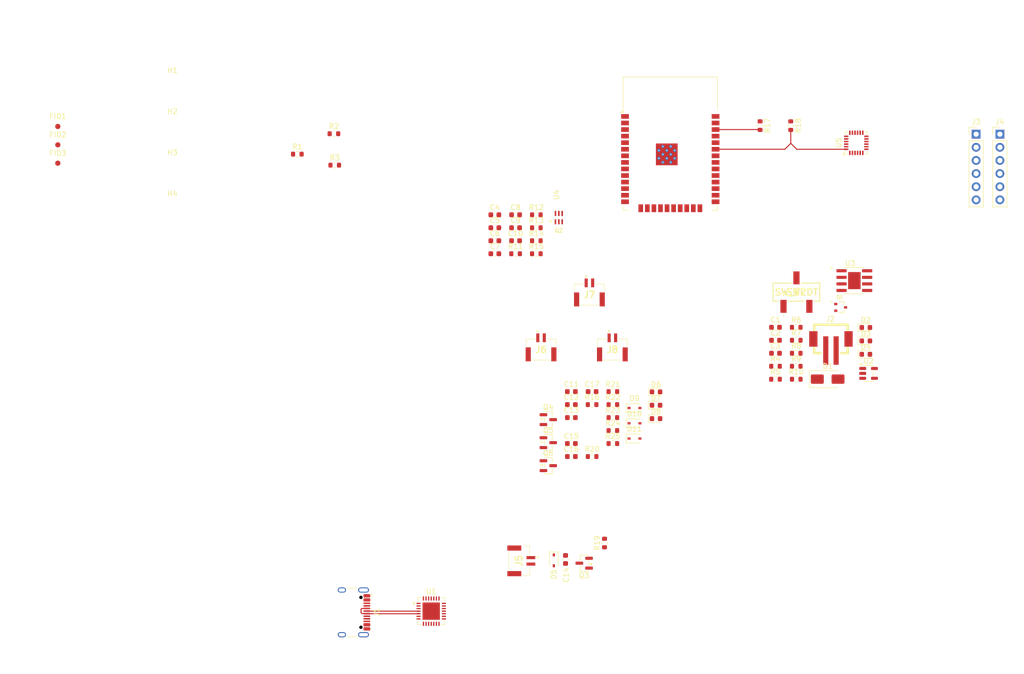
<source format=kicad_pcb>
(kicad_pcb (version 20241229) (generator "pcbnew") (generator_version "9.0")
  (layers (0 "F.Cu" signal) (2 "B.Cu" signal) (13 "F.Paste" user) (15 "B.Paste" user) (5 "F.SilkS" user "F.Silkscreen") (7 "B.SilkS" user "B.Silkscreen") (1 "F.Mask" user) (3 "B.Mask" user) (25 "Edge.Cuts" user))
  (net 0 "")
  (net 3 "/Power Management/CC1")
  (net 4 "/Power Management/CC2")
  (net 5 "GND")
  (net 6 "+5V")
  (net 8 "+Vbus")
  (net 9 "+3V3")
  (net 13 "/ESP32/EN")
  (net 15 "Net-(U1-VDD)")
  (net 21 "Net-(U5-REGOUT)")
  (net 23 "Net-(U5-CPOUT)")
  (net 28 "Net-(D5-A)")
  (net 29 "+VBatt")
  (net 32 "Net-(D9-A)")
  (net 33 "Net-(D10-A)")
  (net 34 "Net-(D11-A)")
  (net 35 "Net-(D2-A)")
  (net 36 "Net-(D3-K)")
  (net 37 "Net-(D4-K)")
  (net 38 "Net-(D6-A)")
  (net 39 "Net-(D7-A)")
  (net 40 "Net-(D8-A)")
  (net 41 "/ESP32/TXD2")
  (net 42 "/ESP32/SDA")
  (net 43 "/ESP32/SCL")
  (net 44 "/ESP32/RXD2")
  (net 45 "/ESP32/SRV3")
  (net 46 "/ESP32/SRV2")
  (net 47 "/ESP32/SRV1")
  (net 48 "/ESP32/SRV4")
  (net 49 "/ESP32/RTS")
  (net 50 "/ESP32/DTR")
  (net 51 "/ESP32/Boot")
  (net 52 "/ESP32/MOTOR_1")
  (net 53 "/ESP32/MOTOR_2")
  (net 54 "/ESP32/MOTOR_3")
  (net 55 "/ESP32/MOTOR_4")
  (net 56 "Net-(U3-PROG)")
  (net 57 "/Power Management/CHRG")
  (net 58 "Net-(SW2-A)")
  (net 59 "/Power Management/STDBY")
  (net 60 "/ESP32/BATT_Vdc")
  (net 61 "/ESP32/TXD")
  (net 62 "/ESP32/RX")
  (net 63 "/ESP32/TX")
  (net 64 "/ESP32/RXD")
  (net 65 "Net-(U1-VBUS)")
  (net 66 "Net-(U1-~{RST})")
  (net 67 "Net-(U5-AD0)")
  (net 68 "/ESP32/LED_1")
  (net 69 "/ESP32/LED_2")
  (net 70 "/ESP32/LED_3")
  (net 71 "LDO_EN")
  (net 100 "/ESP32/USB_N")
  (net 101 "/ESP32/USB_P")
  (footprint "AI_MOSFETS:DMP2160UW-7" (layer "F.Cu") (at 192.34 93.595)
    (property "Reference" "Q1")
    (property "Value" "Q_PMOS_GSD")
  )
  (footprint "Resistor_SMD:R_0603_1608Metric" (layer "F.Cu") (at 183.755 104.98)
    (property "Reference" "R9")
    (property "Value" "100K")
  )
  (footprint "AI_CONNECTORS:SM02B-GHS-TB-LF-SN" (layer "F.Cu") (at 135.66 103.78)
    (property "Reference" "J6")
    (property "Value" "Conn_01x02" (hide yes))
  )
  (footprint "Connector_PinHeader_2.54mm:PinHeader_1x06_P2.54mm_Vertical" (layer "F.Cu") (at 218.52 60.1)
    (property "Reference" "J3")
    (property "Value" "Conn_01x06")
  )
  (footprint "Capacitor_SMD:C_0603_1608Metric" (layer "F.Cu") (at 125.505 80.71)
    (property "Reference" "C6")
    (property "Value" "100nF")
  )
  (footprint "Resistor_SMD:R_0603_1608Metric" (layer "F.Cu") (at 133.525 75.69)
    (property "Reference" "R12")
    (property "Value" "1K3")
  )
  (footprint "Package_TO_SOT_SMD:SOT-23-5" (layer "F.Cu") (at 197.735 106.365)
    (property "Reference" "U2")
    (property "Value" "MIC5219-3.3YM5")
  )
  (footprint "Capacitor_SMD:C_0603_1608Metric" (layer "F.Cu") (at 129.515 80.71)
    (property "Reference" "C10")
    (property "Value" "10μF")
  )
  (footprint "Package_TO_SOT_SMD:SOT-23" (layer "F.Cu") (at 135.835 119.76)
    (property "Reference" "Q5")
    (property "Value" "Si2302CDS-T1-GE3")
  )
  (footprint "Capacitor_SMD:C_0603_1608Metric" (layer "F.Cu") (at 179.745 97.45)
    (property "Reference" "C1")
    (property "Value" "10μF")
  )
  (footprint "Diode_SMD:D_SOD-323" (layer "F.Cu") (at 152.49 116.01)
    (property "Reference" "D10")
    (property "Value" "1N4148WS")
  )
  (footprint "Resistor_SMD:R_0603_1608Metric" (layer "F.Cu") (at 144.305 112.4)
    (property "Reference" "R16")
    (property "Value" "5K1")
  )
  (footprint "Package_TO_SOT_SMD:SOT-23" (layer "F.Cu") (at 135.835 124.21)
    (property "Reference" "Q6")
    (property "Value" "Si2302CDS-T1-GE3")
  )
  (footprint "MountingHole:MountingHole_3.2mm_M3" (layer "F.Cu") (at 63.19 67.8)
    (property "Reference" "H3")
    (property "Value" "MountingHole")
  )
  (footprint "Resistor_SMD:R_0603_1608Metric" (layer "F.Cu") (at 87.34 63.96)
    (property "Reference" "R1")
    (property "Value" "100K")
  )
  (footprint "Capacitor_SMD:C_0603_1608Metric" (layer "F.Cu") (at 140.295 112.4)
    (property "Reference" "C12")
    (property "Value" "100nF")
  )
  (footprint "Resistor_SMD:R_0603_1608Metric" (layer "F.Cu") (at 94.41 60.01)
    (property "Reference" "R2")
    (property "Value" "5K1")
  )
  (footprint "Resistor_SMD:R_0603_1608Metric" (layer "F.Cu") (at 148.315 119.93)
    (property "Reference" "R25")
    (property "Value" "10K")
  )
  (footprint "Capacitor_SMD:C_0603_1608Metric" (layer "F.Cu") (at 140.295 122.44)
    (property "Reference" "C16")
    (property "Value" "22μF")
  )
  (footprint "Resistor_SMD:R_0603_1608Metric" (layer "F.Cu") (at 183.755 99.96)
    (property "Reference" "R7")
    (property "Value" "100K")
  )
  (footprint "Diode_SMD:D_SOD-323" (layer "F.Cu") (at 152.49 113.06)
    (property "Reference" "D9")
    (property "Value" "1N4148WS")
  )
  (footprint "LED_SMD:LED_0603_1608Metric" (layer "F.Cu") (at 197.205 97.49)
    (property "Reference" "D2")
    (property "Value" "LED")
  )
  (footprint "AI_CONNECTORS:SM02B-GHS-TB-LF-SN" (layer "F.Cu") (at 145.01 93.16)
    (property "Reference" "J7")
    (property "Value" "Conn_01x02" (hide yes))
  )
  (footprint "Resistor_SMD:R_0603_1608Metric" (layer "F.Cu") (at 179.745 107.49)
    (property "Reference" "R5")
    (property "Value" "1K3")
  )
  (footprint "LED_SMD:LED_0603_1608Metric" (layer "F.Cu") (at 156.655 112.52)
    (property "Reference" "D7")
    (property "Value" "LED")
  )
  (footprint "AI_MOSFETS:2N7002DW" (layer "F.Cu") (at 137.873 76.24)
    (property "Reference" "Q2")
    (property "Value" "2N7002DW")
  )
  (footprint "Fiducial:Fiducial_1mm_Mask2mm" (layer "F.Cu") (at 41.05 62.16)
    (property "Reference" "FID2")
    (property "Value" "Fiducial-1mmPad-2mmMask")
  )
  (footprint "Capacitor_SMD:C_0603_1608Metric" (layer "F.Cu") (at 179.745 99.96)
    (property "Reference" "C2")
    (property "Value" "2.2μF")
  )
  (footprint "Resistor_SMD:R_0603_1608Metric" (layer "F.Cu") (at 146.7 139.17 90)
    (property "Reference" "R19")
    (property "Value" "10K" (hide yes))
  )
  (footprint "Capacitor_SMD:C_0603_1608Metric" (layer "F.Cu") (at 125.505 78.2)
    (property "Reference" "C5")
    (property "Value" "100nF")
  )
  (footprint "Capacitor_SMD:C_0603_1608Metric" (layer "F.Cu") (at 144.305 109.89)
    (property "Reference" "C17")
    (property "Value" "22μF")
  )
  (footprint "AI_CONNECTORS:SM02B-GHS-TB-LF-SN" (layer "F.Cu") (at 149.445 103.79)
    (property "Reference" "J8")
    (property "Value" "Conn_01x02" (hide yes))
  )
  (footprint "Fiducial:Fiducial_1mm_Mask2mm" (layer "F.Cu") (at 41.05 65.71)
    (property "Reference" "FID3")
    (property "Value" "Fiducial-1mmPad-2mmMask")
  )
  (footprint "AI_CONNECTORS:B2B-PH-SM4-TB" (layer "F.Cu") (at 190.46 101.945)
    (property "Reference" "J2")
    (property "Value" "B2B-PH-SM4-TB")
  )
  (footprint "AI_SWITCHES:Slide Switches SPDT 450406020024" (layer "F.Cu") (at 183.79 90.645)
    (property "Reference" "SW2")
    (property "Value" "SW_SPDT")
  )
  (footprint "Capacitor_SMD:C_0603_1608Metric" (layer "F.Cu") (at 125.505 83.22)
    (property "Reference" "C7")
    (property "Value" "2.2μF")
  )
  (footprint "MountingHole:MountingHole_3.2mm_M3" (layer "F.Cu") (at 63.19 51.9)
    (property "Reference" "H1")
    (property "Value" "MountingHole")
  )
  (footprint "Resistor_SMD:R_0603_1608Metric" (layer "F.Cu") (at 183.755 102.47)
    (property "Reference" "R8")
    (property "Value" "1K3")
  )
  (footprint "Resistor_SMD:R_0603_1608Metric" (layer "F.Cu") (at 133.525 83.22)
    (property "Reference" "R15")
    (property "Value" "10K")
  )
  (footprint "Package_TO_SOT_SMD:SOT-23" (layer "F.Cu") (at 135.835 115.31)
    (property "Reference" "Q4")
    (property "Value" "Si2302CDS-T1-GE3")
  )
  (footprint "Resistor_SMD:R_0603_1608Metric" (layer "F.Cu") (at 94.565 66.09)
    (property "Reference" "R3")
    (property "Value" "5K1")
  )
  (footprint "Capacitor_SMD:C_0603_1608Metric" (layer "F.Cu") (at 129.515 78.2)
    (property "Reference" "C9")
    (property "Value" "100nF")
  )
  (footprint "Resistor_SMD:R_0603_1608Metric" (layer "F.Cu") (at 182.69 58.45 -90)
    (property "Reference" "R18")
    (property "Value" "10K" (hide yes))
  )
  (footprint "Resistor_SMD:R_0603_1608Metric" (layer "F.Cu") (at 183.755 97.45)
    (property "Reference" "R6")
    (property "Value" "1K3")
  )
  (footprint "Resistor_SMD:R_0603_1608Metric" (layer "F.Cu") (at 148.315 117.42)
    (property "Reference" "R24")
    (property "Value" "10K")
  )
  (footprint "AI_CONNECTORS:SM02B-GHS-TB-LF-SN" (layer "F.Cu") (at 128.17 143.84 -90)
    (property "Reference" "J5")
    (property "Value" "Conn_01x02" (hide yes))
  )
  (footprint "Resistor_SMD:R_0603_1608Metric" (layer "F.Cu") (at 144.305 122.44)
    (property "Reference" "R20")
    (property "Value" "1K3")
  )
  (footprint "LED_SMD:LED_0603_1608Metric" (layer "F.Cu") (at 197.205 102.67)
    (property "Reference" "D4")
    (property "Value" "LED")
  )
  (footprint "Capacitor_SMD:C_0603_1608Metric" (layer "F.Cu") (at 179.745 102.47)
    (property "Reference" "C3")
    (property "Value" "10μF")
  )
  (footprint "Resistor_SMD:R_0603_1608Metric" (layer "F.Cu") (at 129.515 83.22)
    (property "Reference" "R11")
    (property "Value" "1K3")
  )
  (footprint "Capacitor_SMD:C_0603_1608Metric" (layer "F.Cu") (at 129.515 75.69)
    (property "Reference" "C8")
    (property "Value" "100nF")
  )
  (footprint "AI_IC:TP4056" (layer "F.Cu") (at 194.985 88.42)
    (property "Reference" "U3")
    (property "Value" "TP4056")
  )
  (footprint "RF_Module:ESP32-WROOM-32" (layer "F.Cu") (at 159.415 64.915)
    (property "Reference" "U4")
    (property "Value" "ESP32-WROOM-32")
  )
  (footprint "Fiducial:Fiducial_1mm_Mask2mm" (layer "F.Cu") (at 41.05 58.61)
    (property "Reference" "FID1")
    (property "Value" "Fiducial-1mmPad-2mmMask")
  )
  (footprint "Diode_SMD:D_SMA" (layer "F.Cu") (at 189.83 107.47)
    (property "Reference" "D1")
    (property "Value" "SS34")
  )
  (footprint "Diode_SMD:D_SOD-323" (layer "F.Cu") (at 152.49 118.96)
    (property "Reference" "D11")
    (property "Value" "1N4148WS")
  )
  (footprint "LED_SMD:LED_0603_1608Metric" (layer "F.Cu") (at 197.205 100.08)
    (property "Reference" "D3")
    (property "Value" "LED")
  )
  (footprint "Package_DFN_QFN:QFN-28-1EP_5x5mm_P0.5mm_EP3.35x3.35mm" (layer "F.Cu") (at 113.21 152.345)
    (property "Reference" "U1")
    (property "Value" "CP2102N-Axx-xQFN28")
  )
  (footprint "Connector_USB:USB_C_Receptacle_HCTL_HC-TYPE-C-16P-01A" (layer "F.Cu") (at 97.025 152.575 -90)
    (property "Reference" "J1")
    (property "Value" "USB_C_Receptacle_USB2.0_16P")
  )
  (footprint "Capacitor_SMD:C_0603_1608Metric" (layer "F.Cu") (at 140.295 119.93)
    (property "Reference" "C15")
    (property "Value" "22μF")
  )
  (footprint "Resistor_SMD:R_0603_1608Metric" (layer "F.Cu") (at 133.525 80.71)
    (property "Reference" "R14")
    (property "Value" "47K")
  )
  (footprint "Resistor_SMD:R_0603_1608Metric" (layer "F.Cu") (at 148.315 114.91)
    (property "Reference" "R23")
    (property "Value" "10K")
  )
  (footprint "Resistor_SMD:R_0603_1608Metric" (layer "F.Cu") (at 133.525 78.2)
    (property "Reference" "R13")
    (property "Value" "22K1")
  )
  (footprint "Resistor_SMD:R_0603_1608Metric" (layer "F.Cu") (at 148.315 112.4)
    (property "Reference" "R22")
    (property "Value" "1K3")
  )
  (footprint "Connector_PinHeader_2.54mm:PinHeader_1x06_P2.54mm_Vertical" (layer "F.Cu") (at 223.11 60.1)
    (property "Reference" "J4")
    (property "Value" "Conn_01x06")
  )
  (footprint "Resistor_SMD:R_0603_1608Metric" (layer "F.Cu") (at 179.745 104.98)
    (property "Reference" "R4")
    (property "Value" "470R")
  )
  (footprint "Capacitor_SMD:C_0603_1608Metric" (layer "F.Cu") (at 125.505 75.69)
    (property "Reference" "C4")
    (property "Value" "100nF")
  )
  (footprint "Resistor_SMD:R_0603_1608Metric" (layer "F.Cu") (at 176.77 58.445 -90)
    (property "Reference" "R17")
    (property "Value" "10K" (hide yes))
  )
  (footprint "Capacitor_SMD:C_0603_1608Metric" (layer "F.Cu") (at 140.295 114.91)
    (property "Reference" "C13")
    (property "Value" "100nF")
  )
  (footprint "Resistor_SMD:R_0603_1608Metric" (layer "F.Cu") (at 148.315 109.89)
    (property "Reference" "R21")
    (property "Value" "1K3")
  )
  (footprint "MountingHole:MountingHole_3.2mm_M3" (layer "F.Cu") (at 63.19 59.85)
    (property "Reference" "H2")
    (property "Value" "MountingHole")
  )
  (footprint "Sensor_Motion:InvenSense_QFN-24_4x4mm_P0.5mm" (layer "F.Cu") (at 195.36 61.77 90)
    (property "Reference" "U5")
    (property "Value" "MPU-6050" (hide yes))
  )
  (footprint "LED_SMD:LED_0603_1608Metric" (layer "F.Cu") (at 156.655 115.11)
    (property "Reference" "D8")
    (property "Value" "LED")
  )
  (footprint "Resistor_SMD:R_0603_1608Metric" (layer "F.Cu") (at 183.755 107.49)
    (property "Reference" "R10")
    (property "Value" "100K")
  )
  (footprint "Capacitor_SMD:C_0603_1608Metric" (layer "F.Cu") (at 139.17 142.35 -90)
    (property "Reference" "C14")
    (property "Value" "22μF" (hide yes))
  )
  (footprint "Diode_SMD:D_SOD-323" (layer "F.Cu") (at 136.91 142.515 -90)
    (property "Reference" "D5")
    (property "Value" "1N4148WS" (hide yes))
  )
  (footprint "Package_TO_SOT_SMD:SOT-23" (layer "F.Cu") (at 142.7725 143.065 180)
    (property "Reference" "Q3")
    (property "Value" "Si2302CDS-T1-GE3" (hide yes))
  )
  (footprint "LED_SMD:LED_0603_1608Metric" (layer "F.Cu") (at 156.655 109.93)
    (property "Reference" "D6")
    (property "Value" "LED")
  )
  (footprint "MountingHole:MountingHole_3.2mm_M3" (layer "F.Cu") (at 63.19 75.75)
    (property "Reference" "H4")
    (property "Value" "MountingHole")
  )
  (footprint "Capacitor_SMD:C_0603_1608Metric" (layer "F.Cu") (at 140.295 109.89)
    (property "Reference" "C11")
    (property "Value" "10μF")
  )
  (segment (start 182.7 59.285) (end 182.69 59.275) (width 0.2) (layer "F.Cu") (net 42))
  (segment (start 182.7 61.87) (end 182.7 61.85) (width 0.2) (layer "F.Cu") (net 42))
  (segment (start 182.7 61.85) (end 182.69 61.84) (width 0.2) (layer "F.Cu") (net 42))
  (segment (start 193.38 63.02) (end 193.42 63.06) (width 0.2) (layer "F.Cu") (net 42))
  (segment (start 181.555 63.015) (end 182.7 61.87) (width 0.2) (layer "F.Cu") (net 42))
  (segment (start 183.85 63.02) (end 193.38 63.02) (width 0.2) (layer "F.Cu") (net 42))
  (segment (start 182.69 61.84) (end 182.69 59.275) (width 0.2) (layer "F.Cu") (net 42))
  (segment (start 182.7 61.87) (end 183.85 63.02) (width 0.2) (layer "F.Cu") (net 42))
  (segment (start 168.165 63.015) (end 181.555 63.015) (width 0.2) (layer "F.Cu") (net 42))
  (segment (start 176.705 59.205) (end 176.77 59.27) (width 0.2) (layer "F.Cu") (net 43))
  (segment (start 168.165 59.205) (end 176.705 59.205) (width 0.2) (layer "F.Cu") (net 43))
  (segment (start 100.77 152.825) (end 100.79 152.845) (width 0.2) (layer "F.Cu") (net 100))
  (segment (start 99.65 151.975) (end 99.65 152.635) (width 0.2) (layer "F.Cu") (net 100))
  (segment (start 99.65 152.635) (end 99.84 152.825) (width 0.2) (layer "F.Cu") (net 100))
  (segment (start 100.79 152.845) (end 110.76 152.845) (width 0.2) (layer "F.Cu") (net 100))
  (segment (start 99.84 152.825) (end 100.77 152.825) (width 0.2) (layer "F.Cu") (net 100))
  (segment (start 100.77 151.825) (end 99.81 151.825) (width 0.2) (layer "F.Cu") (net 100))
  (segment (start 99.66 151.975) (end 99.65 151.975) (width 0.2) (layer "F.Cu") (net 100))
  (segment (start 99.81 151.825) (end 99.66 151.975) (width 0.2) (layer "F.Cu") (net 100))
  (segment (start 100.77 152.325) (end 100.79 152.345) (width 0.2) (layer "F.Cu") (net 101))
  (segment (start 100.79 152.345) (end 110.76 152.345) (width 0.2) (layer "F.Cu") (net 101))
  (segment (start 110.74 152.325) (end 110.76 152.345) (width 0.2) (layer "F.Cu") (net 101))
)
</source>
